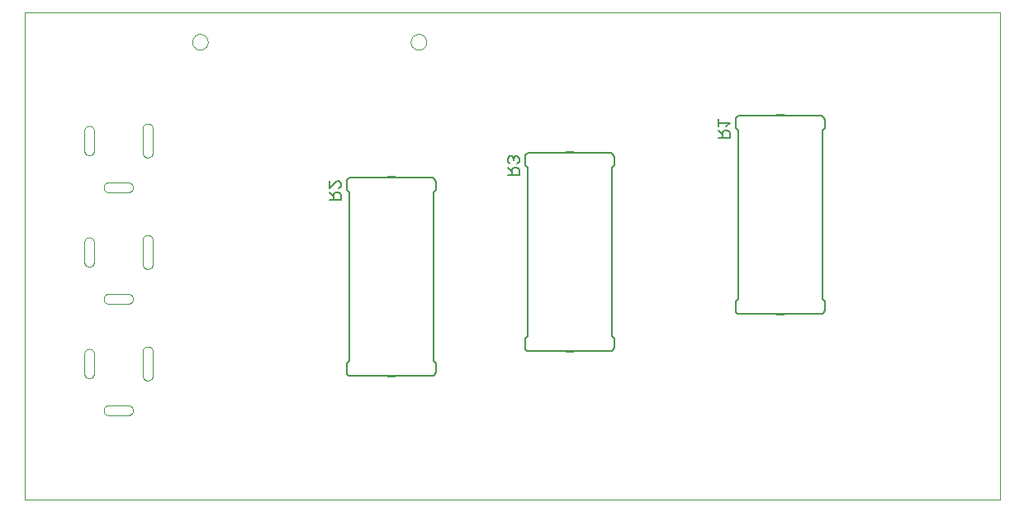
<source format=gbo>
G75*
G70*
%OFA0B0*%
%FSLAX24Y24*%
%IPPOS*%
%LPD*%
%AMOC8*
5,1,8,0,0,1.08239X$1,22.5*
%
%ADD10C,0.0000*%
%ADD11C,0.0060*%
%ADD12C,0.0050*%
%ADD13R,0.0320X0.0060*%
D10*
X000576Y008842D02*
X000576Y028527D01*
X039946Y028527D01*
X039946Y008842D01*
X000576Y008842D01*
X003978Y012255D02*
X004765Y012255D01*
X004791Y012257D01*
X004816Y012262D01*
X004840Y012270D01*
X004863Y012281D01*
X004885Y012296D01*
X004904Y012313D01*
X004921Y012332D01*
X004936Y012353D01*
X004947Y012377D01*
X004955Y012401D01*
X004960Y012426D01*
X004962Y012452D01*
X004960Y012478D01*
X004955Y012503D01*
X004947Y012527D01*
X004936Y012550D01*
X004921Y012572D01*
X004904Y012591D01*
X004885Y012608D01*
X004864Y012623D01*
X004840Y012634D01*
X004816Y012642D01*
X004791Y012647D01*
X004765Y012649D01*
X003978Y012649D01*
X003952Y012647D01*
X003927Y012642D01*
X003903Y012634D01*
X003879Y012623D01*
X003858Y012608D01*
X003839Y012591D01*
X003822Y012572D01*
X003807Y012551D01*
X003796Y012527D01*
X003788Y012503D01*
X003783Y012478D01*
X003781Y012452D01*
X003783Y012426D01*
X003788Y012401D01*
X003796Y012377D01*
X003807Y012354D01*
X003822Y012332D01*
X003839Y012313D01*
X003858Y012296D01*
X003879Y012281D01*
X003903Y012270D01*
X003927Y012262D01*
X003952Y012257D01*
X003978Y012255D01*
X005356Y013850D02*
X005356Y014834D01*
X005553Y015031D02*
X005579Y015029D01*
X005604Y015024D01*
X005628Y015016D01*
X005652Y015005D01*
X005673Y014990D01*
X005692Y014973D01*
X005709Y014954D01*
X005724Y014932D01*
X005735Y014909D01*
X005743Y014885D01*
X005748Y014860D01*
X005750Y014834D01*
X005750Y013850D01*
X005748Y013824D01*
X005743Y013799D01*
X005735Y013775D01*
X005724Y013751D01*
X005709Y013730D01*
X005692Y013711D01*
X005673Y013694D01*
X005651Y013679D01*
X005628Y013668D01*
X005604Y013660D01*
X005579Y013655D01*
X005553Y013653D01*
X005527Y013655D01*
X005502Y013660D01*
X005478Y013668D01*
X005454Y013679D01*
X005433Y013694D01*
X005414Y013711D01*
X005397Y013730D01*
X005382Y013752D01*
X005371Y013775D01*
X005363Y013799D01*
X005358Y013824D01*
X005356Y013850D01*
X005356Y014834D02*
X005358Y014860D01*
X005363Y014885D01*
X005371Y014909D01*
X005382Y014933D01*
X005397Y014954D01*
X005414Y014973D01*
X005433Y014990D01*
X005454Y015005D01*
X005478Y015016D01*
X005502Y015024D01*
X005527Y015029D01*
X005553Y015031D01*
X004765Y016755D02*
X003978Y016755D01*
X003781Y016952D02*
X003783Y016978D01*
X003788Y017003D01*
X003796Y017027D01*
X003807Y017051D01*
X003822Y017072D01*
X003839Y017091D01*
X003858Y017108D01*
X003879Y017123D01*
X003903Y017134D01*
X003927Y017142D01*
X003952Y017147D01*
X003978Y017149D01*
X004765Y017149D01*
X004962Y016952D02*
X004960Y016926D01*
X004955Y016901D01*
X004947Y016877D01*
X004936Y016853D01*
X004921Y016832D01*
X004904Y016813D01*
X004885Y016796D01*
X004863Y016781D01*
X004840Y016770D01*
X004816Y016762D01*
X004791Y016757D01*
X004765Y016755D01*
X004962Y016952D02*
X004960Y016978D01*
X004955Y017003D01*
X004947Y017027D01*
X004936Y017050D01*
X004921Y017072D01*
X004904Y017091D01*
X004885Y017108D01*
X004864Y017123D01*
X004840Y017134D01*
X004816Y017142D01*
X004791Y017147D01*
X004765Y017149D01*
X003978Y016755D02*
X003952Y016757D01*
X003927Y016762D01*
X003903Y016770D01*
X003879Y016781D01*
X003858Y016796D01*
X003839Y016813D01*
X003822Y016832D01*
X003807Y016854D01*
X003796Y016877D01*
X003788Y016901D01*
X003783Y016926D01*
X003781Y016952D01*
X003387Y018448D02*
X003387Y019236D01*
X003388Y019236D02*
X003386Y019262D01*
X003381Y019287D01*
X003373Y019311D01*
X003362Y019334D01*
X003347Y019356D01*
X003330Y019375D01*
X003311Y019392D01*
X003290Y019407D01*
X003266Y019418D01*
X003242Y019426D01*
X003217Y019431D01*
X003191Y019433D01*
X003165Y019431D01*
X003140Y019426D01*
X003116Y019418D01*
X003092Y019407D01*
X003071Y019392D01*
X003052Y019375D01*
X003035Y019356D01*
X003020Y019335D01*
X003009Y019311D01*
X003001Y019287D01*
X002996Y019262D01*
X002994Y019236D01*
X002994Y018448D01*
X003191Y018251D02*
X003217Y018253D01*
X003242Y018258D01*
X003266Y018266D01*
X003289Y018277D01*
X003311Y018292D01*
X003330Y018309D01*
X003347Y018328D01*
X003362Y018349D01*
X003373Y018373D01*
X003381Y018397D01*
X003386Y018422D01*
X003388Y018448D01*
X003191Y018251D02*
X003165Y018253D01*
X003140Y018258D01*
X003116Y018266D01*
X003092Y018277D01*
X003071Y018292D01*
X003052Y018309D01*
X003035Y018328D01*
X003020Y018350D01*
X003009Y018373D01*
X003001Y018397D01*
X002996Y018422D01*
X002994Y018448D01*
X005356Y018350D02*
X005356Y019334D01*
X005553Y019531D02*
X005579Y019529D01*
X005604Y019524D01*
X005628Y019516D01*
X005652Y019505D01*
X005673Y019490D01*
X005692Y019473D01*
X005709Y019454D01*
X005724Y019432D01*
X005735Y019409D01*
X005743Y019385D01*
X005748Y019360D01*
X005750Y019334D01*
X005750Y018350D01*
X005748Y018324D01*
X005743Y018299D01*
X005735Y018275D01*
X005724Y018251D01*
X005709Y018230D01*
X005692Y018211D01*
X005673Y018194D01*
X005651Y018179D01*
X005628Y018168D01*
X005604Y018160D01*
X005579Y018155D01*
X005553Y018153D01*
X005527Y018155D01*
X005502Y018160D01*
X005478Y018168D01*
X005454Y018179D01*
X005433Y018194D01*
X005414Y018211D01*
X005397Y018230D01*
X005382Y018252D01*
X005371Y018275D01*
X005363Y018299D01*
X005358Y018324D01*
X005356Y018350D01*
X005356Y019334D02*
X005358Y019360D01*
X005363Y019385D01*
X005371Y019409D01*
X005382Y019433D01*
X005397Y019454D01*
X005414Y019473D01*
X005433Y019490D01*
X005454Y019505D01*
X005478Y019516D01*
X005502Y019524D01*
X005527Y019529D01*
X005553Y019531D01*
X004765Y021255D02*
X003978Y021255D01*
X003781Y021452D02*
X003783Y021478D01*
X003788Y021503D01*
X003796Y021527D01*
X003807Y021551D01*
X003822Y021572D01*
X003839Y021591D01*
X003858Y021608D01*
X003879Y021623D01*
X003903Y021634D01*
X003927Y021642D01*
X003952Y021647D01*
X003978Y021649D01*
X004765Y021649D01*
X004962Y021452D02*
X004960Y021426D01*
X004955Y021401D01*
X004947Y021377D01*
X004936Y021353D01*
X004921Y021332D01*
X004904Y021313D01*
X004885Y021296D01*
X004863Y021281D01*
X004840Y021270D01*
X004816Y021262D01*
X004791Y021257D01*
X004765Y021255D01*
X004962Y021452D02*
X004960Y021478D01*
X004955Y021503D01*
X004947Y021527D01*
X004936Y021550D01*
X004921Y021572D01*
X004904Y021591D01*
X004885Y021608D01*
X004864Y021623D01*
X004840Y021634D01*
X004816Y021642D01*
X004791Y021647D01*
X004765Y021649D01*
X003978Y021255D02*
X003952Y021257D01*
X003927Y021262D01*
X003903Y021270D01*
X003879Y021281D01*
X003858Y021296D01*
X003839Y021313D01*
X003822Y021332D01*
X003807Y021354D01*
X003796Y021377D01*
X003788Y021401D01*
X003783Y021426D01*
X003781Y021452D01*
X003387Y022948D02*
X003387Y023736D01*
X003388Y023736D02*
X003386Y023762D01*
X003381Y023787D01*
X003373Y023811D01*
X003362Y023834D01*
X003347Y023856D01*
X003330Y023875D01*
X003311Y023892D01*
X003290Y023907D01*
X003266Y023918D01*
X003242Y023926D01*
X003217Y023931D01*
X003191Y023933D01*
X003165Y023931D01*
X003140Y023926D01*
X003116Y023918D01*
X003092Y023907D01*
X003071Y023892D01*
X003052Y023875D01*
X003035Y023856D01*
X003020Y023835D01*
X003009Y023811D01*
X003001Y023787D01*
X002996Y023762D01*
X002994Y023736D01*
X002994Y022948D01*
X003191Y022751D02*
X003217Y022753D01*
X003242Y022758D01*
X003266Y022766D01*
X003289Y022777D01*
X003311Y022792D01*
X003330Y022809D01*
X003347Y022828D01*
X003362Y022849D01*
X003373Y022873D01*
X003381Y022897D01*
X003386Y022922D01*
X003388Y022948D01*
X003191Y022751D02*
X003165Y022753D01*
X003140Y022758D01*
X003116Y022766D01*
X003092Y022777D01*
X003071Y022792D01*
X003052Y022809D01*
X003035Y022828D01*
X003020Y022850D01*
X003009Y022873D01*
X003001Y022897D01*
X002996Y022922D01*
X002994Y022948D01*
X005356Y022850D02*
X005356Y023834D01*
X005553Y024031D02*
X005579Y024029D01*
X005604Y024024D01*
X005628Y024016D01*
X005652Y024005D01*
X005673Y023990D01*
X005692Y023973D01*
X005709Y023954D01*
X005724Y023932D01*
X005735Y023909D01*
X005743Y023885D01*
X005748Y023860D01*
X005750Y023834D01*
X005750Y022850D01*
X005748Y022824D01*
X005743Y022799D01*
X005735Y022775D01*
X005724Y022751D01*
X005709Y022730D01*
X005692Y022711D01*
X005673Y022694D01*
X005651Y022679D01*
X005628Y022668D01*
X005604Y022660D01*
X005579Y022655D01*
X005553Y022653D01*
X005527Y022655D01*
X005502Y022660D01*
X005478Y022668D01*
X005454Y022679D01*
X005433Y022694D01*
X005414Y022711D01*
X005397Y022730D01*
X005382Y022752D01*
X005371Y022775D01*
X005363Y022799D01*
X005358Y022824D01*
X005356Y022850D01*
X005356Y023834D02*
X005358Y023860D01*
X005363Y023885D01*
X005371Y023909D01*
X005382Y023933D01*
X005397Y023954D01*
X005414Y023973D01*
X005433Y023990D01*
X005454Y024005D01*
X005478Y024016D01*
X005502Y024024D01*
X005527Y024029D01*
X005553Y024031D01*
X007352Y027326D02*
X007354Y027361D01*
X007360Y027396D01*
X007370Y027430D01*
X007383Y027463D01*
X007400Y027494D01*
X007421Y027522D01*
X007444Y027549D01*
X007471Y027572D01*
X007499Y027593D01*
X007530Y027610D01*
X007563Y027623D01*
X007597Y027633D01*
X007632Y027639D01*
X007667Y027641D01*
X007702Y027639D01*
X007737Y027633D01*
X007771Y027623D01*
X007804Y027610D01*
X007835Y027593D01*
X007863Y027572D01*
X007890Y027549D01*
X007913Y027522D01*
X007934Y027494D01*
X007951Y027463D01*
X007964Y027430D01*
X007974Y027396D01*
X007980Y027361D01*
X007982Y027326D01*
X007980Y027291D01*
X007974Y027256D01*
X007964Y027222D01*
X007951Y027189D01*
X007934Y027158D01*
X007913Y027130D01*
X007890Y027103D01*
X007863Y027080D01*
X007835Y027059D01*
X007804Y027042D01*
X007771Y027029D01*
X007737Y027019D01*
X007702Y027013D01*
X007667Y027011D01*
X007632Y027013D01*
X007597Y027019D01*
X007563Y027029D01*
X007530Y027042D01*
X007499Y027059D01*
X007471Y027080D01*
X007444Y027103D01*
X007421Y027130D01*
X007400Y027158D01*
X007383Y027189D01*
X007370Y027222D01*
X007360Y027256D01*
X007354Y027291D01*
X007352Y027326D01*
X016171Y027326D02*
X016173Y027361D01*
X016179Y027396D01*
X016189Y027430D01*
X016202Y027463D01*
X016219Y027494D01*
X016240Y027522D01*
X016263Y027549D01*
X016290Y027572D01*
X016318Y027593D01*
X016349Y027610D01*
X016382Y027623D01*
X016416Y027633D01*
X016451Y027639D01*
X016486Y027641D01*
X016521Y027639D01*
X016556Y027633D01*
X016590Y027623D01*
X016623Y027610D01*
X016654Y027593D01*
X016682Y027572D01*
X016709Y027549D01*
X016732Y027522D01*
X016753Y027494D01*
X016770Y027463D01*
X016783Y027430D01*
X016793Y027396D01*
X016799Y027361D01*
X016801Y027326D01*
X016799Y027291D01*
X016793Y027256D01*
X016783Y027222D01*
X016770Y027189D01*
X016753Y027158D01*
X016732Y027130D01*
X016709Y027103D01*
X016682Y027080D01*
X016654Y027059D01*
X016623Y027042D01*
X016590Y027029D01*
X016556Y027019D01*
X016521Y027013D01*
X016486Y027011D01*
X016451Y027013D01*
X016416Y027019D01*
X016382Y027029D01*
X016349Y027042D01*
X016318Y027059D01*
X016290Y027080D01*
X016263Y027103D01*
X016240Y027130D01*
X016219Y027158D01*
X016202Y027189D01*
X016189Y027222D01*
X016179Y027256D01*
X016173Y027291D01*
X016171Y027326D01*
X003387Y014736D02*
X003387Y013948D01*
X003388Y013948D02*
X003386Y013922D01*
X003381Y013897D01*
X003373Y013873D01*
X003362Y013849D01*
X003347Y013828D01*
X003330Y013809D01*
X003311Y013792D01*
X003289Y013777D01*
X003266Y013766D01*
X003242Y013758D01*
X003217Y013753D01*
X003191Y013751D01*
X003165Y013753D01*
X003140Y013758D01*
X003116Y013766D01*
X003092Y013777D01*
X003071Y013792D01*
X003052Y013809D01*
X003035Y013828D01*
X003020Y013850D01*
X003009Y013873D01*
X003001Y013897D01*
X002996Y013922D01*
X002994Y013948D01*
X002994Y014736D01*
X003191Y014933D02*
X003217Y014931D01*
X003242Y014926D01*
X003266Y014918D01*
X003290Y014907D01*
X003311Y014892D01*
X003330Y014875D01*
X003347Y014856D01*
X003362Y014834D01*
X003373Y014811D01*
X003381Y014787D01*
X003386Y014762D01*
X003388Y014736D01*
X003191Y014933D02*
X003165Y014931D01*
X003140Y014926D01*
X003116Y014918D01*
X003092Y014907D01*
X003071Y014892D01*
X003052Y014875D01*
X003035Y014856D01*
X003020Y014835D01*
X003009Y014811D01*
X003001Y014787D01*
X002996Y014762D01*
X002994Y014736D01*
D11*
X013576Y014342D02*
X013576Y013992D01*
X013578Y013969D01*
X013583Y013946D01*
X013592Y013924D01*
X013605Y013904D01*
X013620Y013886D01*
X013638Y013871D01*
X013658Y013858D01*
X013680Y013849D01*
X013703Y013844D01*
X013726Y013842D01*
X017026Y013842D01*
X017049Y013844D01*
X017072Y013849D01*
X017094Y013858D01*
X017114Y013871D01*
X017132Y013886D01*
X017147Y013904D01*
X017160Y013924D01*
X017169Y013946D01*
X017174Y013969D01*
X017176Y013992D01*
X017176Y014342D01*
X017076Y014442D01*
X017076Y021242D01*
X017176Y021342D01*
X017176Y021692D01*
X017174Y021715D01*
X017169Y021738D01*
X017160Y021760D01*
X017147Y021780D01*
X017132Y021798D01*
X017114Y021813D01*
X017094Y021826D01*
X017072Y021835D01*
X017049Y021840D01*
X017026Y021842D01*
X013726Y021842D01*
X013703Y021840D01*
X013680Y021835D01*
X013658Y021826D01*
X013638Y021813D01*
X013620Y021798D01*
X013605Y021780D01*
X013592Y021760D01*
X013583Y021738D01*
X013578Y021715D01*
X013576Y021692D01*
X013576Y021342D01*
X013676Y021242D01*
X013676Y014442D01*
X013576Y014342D01*
X020776Y014992D02*
X020776Y015342D01*
X020876Y015442D01*
X020876Y022242D01*
X020776Y022342D01*
X020776Y022692D01*
X020778Y022715D01*
X020783Y022738D01*
X020792Y022760D01*
X020805Y022780D01*
X020820Y022798D01*
X020838Y022813D01*
X020858Y022826D01*
X020880Y022835D01*
X020903Y022840D01*
X020926Y022842D01*
X024226Y022842D01*
X024249Y022840D01*
X024272Y022835D01*
X024294Y022826D01*
X024314Y022813D01*
X024332Y022798D01*
X024347Y022780D01*
X024360Y022760D01*
X024369Y022738D01*
X024374Y022715D01*
X024376Y022692D01*
X024376Y022342D01*
X024276Y022242D01*
X024276Y015442D01*
X024376Y015342D01*
X024376Y014992D01*
X024374Y014969D01*
X024369Y014946D01*
X024360Y014924D01*
X024347Y014904D01*
X024332Y014886D01*
X024314Y014871D01*
X024294Y014858D01*
X024272Y014849D01*
X024249Y014844D01*
X024226Y014842D01*
X020926Y014842D01*
X020903Y014844D01*
X020880Y014849D01*
X020858Y014858D01*
X020838Y014871D01*
X020820Y014886D01*
X020805Y014904D01*
X020792Y014924D01*
X020783Y014946D01*
X020778Y014969D01*
X020776Y014992D01*
X029276Y016492D02*
X029276Y016842D01*
X029376Y016942D01*
X029376Y023742D01*
X029276Y023842D01*
X029276Y024192D01*
X029278Y024215D01*
X029283Y024238D01*
X029292Y024260D01*
X029305Y024280D01*
X029320Y024298D01*
X029338Y024313D01*
X029358Y024326D01*
X029380Y024335D01*
X029403Y024340D01*
X029426Y024342D01*
X032726Y024342D01*
X032749Y024340D01*
X032772Y024335D01*
X032794Y024326D01*
X032814Y024313D01*
X032832Y024298D01*
X032847Y024280D01*
X032860Y024260D01*
X032869Y024238D01*
X032874Y024215D01*
X032876Y024192D01*
X032876Y023842D01*
X032776Y023742D01*
X032776Y016942D01*
X032876Y016842D01*
X032876Y016492D01*
X032874Y016469D01*
X032869Y016446D01*
X032860Y016424D01*
X032847Y016404D01*
X032832Y016386D01*
X032814Y016371D01*
X032794Y016358D01*
X032772Y016349D01*
X032749Y016344D01*
X032726Y016342D01*
X029426Y016342D01*
X029403Y016344D01*
X029380Y016349D01*
X029358Y016358D01*
X029338Y016371D01*
X029320Y016386D01*
X029305Y016404D01*
X029292Y016424D01*
X029283Y016446D01*
X029278Y016469D01*
X029276Y016492D01*
D12*
X020542Y021946D02*
X020542Y022171D01*
X020467Y022246D01*
X020317Y022246D01*
X020242Y022171D01*
X020242Y021946D01*
X020242Y022096D02*
X020091Y022246D01*
X020166Y022407D02*
X020091Y022482D01*
X020091Y022632D01*
X020166Y022707D01*
X020242Y022707D01*
X020317Y022632D01*
X020317Y022557D01*
X020317Y022632D02*
X020392Y022707D01*
X020467Y022707D01*
X020542Y022632D01*
X020542Y022482D01*
X020467Y022407D01*
X020542Y021946D02*
X020091Y021946D01*
X013342Y021632D02*
X013342Y021482D01*
X013267Y021407D01*
X013267Y021246D02*
X013117Y021246D01*
X013042Y021171D01*
X013042Y020946D01*
X013042Y021096D02*
X012891Y021246D01*
X012891Y021407D02*
X013192Y021707D01*
X013267Y021707D01*
X013342Y021632D01*
X013267Y021246D02*
X013342Y021171D01*
X013342Y020946D01*
X012891Y020946D01*
X012891Y021407D02*
X012891Y021707D01*
X028591Y023446D02*
X029042Y023446D01*
X029042Y023671D01*
X028967Y023746D01*
X028817Y023746D01*
X028742Y023671D01*
X028742Y023446D01*
X028742Y023596D02*
X028591Y023746D01*
X028591Y023907D02*
X028591Y024207D01*
X028591Y024057D02*
X029042Y024057D01*
X028892Y023907D01*
D13*
X031076Y024372D03*
X022576Y022872D03*
X015376Y021872D03*
X022576Y014812D03*
X015376Y013812D03*
X031076Y016312D03*
M02*

</source>
